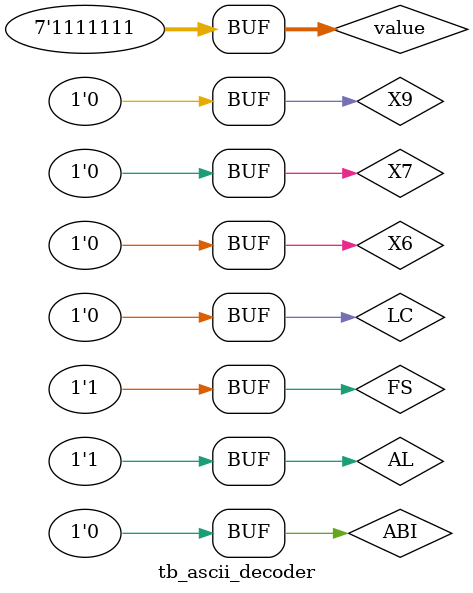
<source format=v>
module tb_ascii_decoder;

	wire LTR;
	wire [6:0] data;

	reg ABI, AL;
	reg LC, FS;
	reg X6, X7, X9;
	reg [6:0] value;

	ascii_decoder ad(
		ABI, AL, LC, FS, X6, X7, X9,
		value[0], value[1], value[2], value[3], value[4], value[5], value[6],
		LTR, data[0], data[1], data[2], data[3], data[4], data[5], data[6]
	);

	initial begin
		ABI = 1; AL = 1;
		LC = 1; FS = 0;
		X6 = 1; X7 = 1; X9 = 1;

		value = 7'h20; #100; if (data == 7'h00) $display("PASS 20"); else $display("FAIL 20");
		value = 7'h21; #100; if (data == 7'h0A) $display("PASS 21"); else $display("FAIL 21");
		value = 7'h22; #100; if (data == 7'h22) $display("PASS 22"); else $display("FAIL 22");
		value = 7'h23; #100; if (data == 7'h36) $display("PASS 23"); else $display("FAIL 23");
		value = 7'h24; #100; if (data == 7'h2D) $display("PASS 24"); else $display("FAIL 24");
		value = 7'h25; #100; if (data == 7'h24) $display("PASS 25"); else $display("FAIL 25");
		value = 7'h26; #100; if (data == 7'h78) $display("PASS 26"); else $display("FAIL 26");
		value = 7'h27; #100; if (data == 7'h42) $display("PASS 27"); else $display("FAIL 27");
		value = 7'h28; #100; if (data == 7'h39) $display("PASS 28"); else $display("FAIL 28");
		value = 7'h29; #100; if (data == 7'h0F) $display("PASS 29"); else $display("FAIL 29");
		value = 7'h2A; #100; if (data == 7'h63) $display("PASS 2A"); else $display("FAIL 2A");
		value = 7'h2B; #100; if (data == 7'h46) $display("PASS 2B"); else $display("FAIL 2B");
		value = 7'h2C; #100; if (data == 7'h0C) $display("PASS 2C"); else $display("FAIL 2C");
		value = 7'h2D; #100; if (data == 7'h40) $display("PASS 2D"); else $display("FAIL 2D");
		value = 7'h2E; #100; if (data == 7'h08) $display("PASS 2E"); else $display("FAIL 2E");
		value = 7'h2F; #100; if (data == 7'h52) $display("PASS 2F"); else $display("FAIL 2F");
		value = 7'h30; #100; if (data == 7'h3F) $display("PASS 30"); else $display("FAIL 30");
		value = 7'h31; #100; if (data == 7'h06) $display("PASS 31"); else $display("FAIL 31");
		value = 7'h32; #100; if (data == 7'h5B) $display("PASS 32"); else $display("FAIL 32");
		value = 7'h33; #100; if (data == 7'h4F) $display("PASS 33"); else $display("FAIL 33");
		value = 7'h34; #100; if (data == 7'h66) $display("PASS 34"); else $display("FAIL 34");
		value = 7'h35; #100; if (data == 7'h6D) $display("PASS 35"); else $display("FAIL 35");
		value = 7'h36; #100; if (data == 7'h7D) $display("PASS 36"); else $display("FAIL 36");
		value = 7'h37; #100; if (data == 7'h27) $display("PASS 37"); else $display("FAIL 37");
		value = 7'h38; #100; if (data == 7'h7F) $display("PASS 38"); else $display("FAIL 38");
		value = 7'h39; #100; if (data == 7'h6F) $display("PASS 39"); else $display("FAIL 39");
		value = 7'h3A; #100; if (data == 7'h09) $display("PASS 3A"); else $display("FAIL 3A");
		value = 7'h3B; #100; if (data == 7'h0D) $display("PASS 3B"); else $display("FAIL 3B");
		value = 7'h3C; #100; if (data == 7'h46) $display("PASS 3C"); else $display("FAIL 3C");
		value = 7'h3D; #100; if (data == 7'h48) $display("PASS 3D"); else $display("FAIL 3D");
		value = 7'h3E; #100; if (data == 7'h70) $display("PASS 3E"); else $display("FAIL 3E");
		value = 7'h3F; #100; if (data == 7'h53) $display("PASS 3F"); else $display("FAIL 3F");
		value = 7'h40; #100; if (data == 7'h7B) $display("PASS 40"); else $display("FAIL 40");
		value = 7'h41; #100; if (data == 7'h77) $display("PASS 41"); else $display("FAIL 41");
		value = 7'h42; #100; if (data == 7'h7C) $display("PASS 42"); else $display("FAIL 42");
		value = 7'h43; #100; if (data == 7'h39) $display("PASS 43"); else $display("FAIL 43");
		value = 7'h44; #100; if (data == 7'h5E) $display("PASS 44"); else $display("FAIL 44");
		value = 7'h45; #100; if (data == 7'h79) $display("PASS 45"); else $display("FAIL 45");
		value = 7'h46; #100; if (data == 7'h71) $display("PASS 46"); else $display("FAIL 46");
		value = 7'h47; #100; if (data == 7'h3D) $display("PASS 47"); else $display("FAIL 47");
		value = 7'h48; #100; if (data == 7'h76) $display("PASS 48"); else $display("FAIL 48");
		value = 7'h49; #100; if (data == 7'h06) $display("PASS 49"); else $display("FAIL 49");
		value = 7'h4A; #100; if (data == 7'h1E) $display("PASS 4A"); else $display("FAIL 4A");
		value = 7'h4B; #100; if (data == 7'h75) $display("PASS 4B"); else $display("FAIL 4B");
		value = 7'h4C; #100; if (data == 7'h38) $display("PASS 4C"); else $display("FAIL 4C");
		value = 7'h4D; #100; if (data == 7'h2B) $display("PASS 4D"); else $display("FAIL 4D");
		value = 7'h4E; #100; if (data == 7'h37) $display("PASS 4E"); else $display("FAIL 4E");
		value = 7'h4F; #100; if (data == 7'h3F) $display("PASS 4F"); else $display("FAIL 4F");
		value = 7'h50; #100; if (data == 7'h73) $display("PASS 50"); else $display("FAIL 50");
		value = 7'h51; #100; if (data == 7'h67) $display("PASS 51"); else $display("FAIL 51");
		value = 7'h52; #100; if (data == 7'h31) $display("PASS 52"); else $display("FAIL 52");
		value = 7'h53; #100; if (data == 7'h6D) $display("PASS 53"); else $display("FAIL 53");
		value = 7'h54; #100; if (data == 7'h07) $display("PASS 54"); else $display("FAIL 54");
		value = 7'h55; #100; if (data == 7'h3E) $display("PASS 55"); else $display("FAIL 55");
		value = 7'h56; #100; if (data == 7'h6A) $display("PASS 56"); else $display("FAIL 56");
		value = 7'h57; #100; if (data == 7'h7E) $display("PASS 57"); else $display("FAIL 57");
		value = 7'h58; #100; if (data == 7'h49) $display("PASS 58"); else $display("FAIL 58");
		value = 7'h59; #100; if (data == 7'h6E) $display("PASS 59"); else $display("FAIL 59");
		value = 7'h5A; #100; if (data == 7'h5B) $display("PASS 5A"); else $display("FAIL 5A");
		value = 7'h5B; #100; if (data == 7'h39) $display("PASS 5B"); else $display("FAIL 5B");
		value = 7'h5C; #100; if (data == 7'h64) $display("PASS 5C"); else $display("FAIL 5C");
		value = 7'h5D; #100; if (data == 7'h0F) $display("PASS 5D"); else $display("FAIL 5D");
		value = 7'h5E; #100; if (data == 7'h23) $display("PASS 5E"); else $display("FAIL 5E");
		value = 7'h5F; #100; if (data == 7'h08) $display("PASS 5F"); else $display("FAIL 5F");
		value = 7'h60; #100; if (data == 7'h60) $display("PASS 60"); else $display("FAIL 60");
		value = 7'h61; #100; if (data == 7'h5F) $display("PASS 61"); else $display("FAIL 61");
		value = 7'h62; #100; if (data == 7'h7C) $display("PASS 62"); else $display("FAIL 62");
		value = 7'h63; #100; if (data == 7'h58) $display("PASS 63"); else $display("FAIL 63");
		value = 7'h64; #100; if (data == 7'h5E) $display("PASS 64"); else $display("FAIL 64");
		value = 7'h65; #100; if (data == 7'h7B) $display("PASS 65"); else $display("FAIL 65");
		value = 7'h66; #100; if (data == 7'h71) $display("PASS 66"); else $display("FAIL 66");
		value = 7'h67; #100; if (data == 7'h6F) $display("PASS 67"); else $display("FAIL 67");
		value = 7'h68; #100; if (data == 7'h74) $display("PASS 68"); else $display("FAIL 68");
		value = 7'h69; #100; if (data == 7'h05) $display("PASS 69"); else $display("FAIL 69");
		value = 7'h6A; #100; if (data == 7'h0E) $display("PASS 6A"); else $display("FAIL 6A");
		value = 7'h6B; #100; if (data == 7'h75) $display("PASS 6B"); else $display("FAIL 6B");
		value = 7'h6C; #100; if (data == 7'h06) $display("PASS 6C"); else $display("FAIL 6C");
		value = 7'h6D; #100; if (data == 7'h55) $display("PASS 6D"); else $display("FAIL 6D");
		value = 7'h6E; #100; if (data == 7'h54) $display("PASS 6E"); else $display("FAIL 6E");
		value = 7'h6F; #100; if (data == 7'h5C) $display("PASS 6F"); else $display("FAIL 6F");
		value = 7'h70; #100; if (data == 7'h73) $display("PASS 70"); else $display("FAIL 70");
		value = 7'h71; #100; if (data == 7'h67) $display("PASS 71"); else $display("FAIL 71");
		value = 7'h72; #100; if (data == 7'h50) $display("PASS 72"); else $display("FAIL 72");
		value = 7'h73; #100; if (data == 7'h6D) $display("PASS 73"); else $display("FAIL 73");
		value = 7'h74; #100; if (data == 7'h78) $display("PASS 74"); else $display("FAIL 74");
		value = 7'h75; #100; if (data == 7'h1C) $display("PASS 75"); else $display("FAIL 75");
		value = 7'h76; #100; if (data == 7'h1D) $display("PASS 76"); else $display("FAIL 76");
		value = 7'h77; #100; if (data == 7'h7E) $display("PASS 77"); else $display("FAIL 77");
		value = 7'h78; #100; if (data == 7'h48) $display("PASS 78"); else $display("FAIL 78");
		value = 7'h79; #100; if (data == 7'h6E) $display("PASS 79"); else $display("FAIL 79");
		value = 7'h7A; #100; if (data == 7'h5B) $display("PASS 7A"); else $display("FAIL 7A");
		value = 7'h7B; #100; if (data == 7'h46) $display("PASS 7B"); else $display("FAIL 7B");
		value = 7'h7C; #100; if (data == 7'h30) $display("PASS 7C"); else $display("FAIL 7C");
		value = 7'h7D; #100; if (data == 7'h70) $display("PASS 7D"); else $display("FAIL 7D");
		value = 7'h7E; #100; if (data == 7'h01) $display("PASS 7E"); else $display("FAIL 7E");
		value = 7'h7F; #100; if (data == 7'h00) $display("PASS 7F"); else $display("FAIL 7F");

		LC = 1; FS = 1;
		X6 = 0; X7 = 0; X9 = 0;

		value = 7'h20; #100; if (data == 7'h00) $display("PASS 20"); else $display("FAIL 20");
		value = 7'h21; #100; if (data == 7'h0A) $display("PASS 21"); else $display("FAIL 21");
		value = 7'h22; #100; if (data == 7'h22) $display("PASS 22"); else $display("FAIL 22");
		value = 7'h23; #100; if (data == 7'h36) $display("PASS 23"); else $display("FAIL 23");
		value = 7'h24; #100; if (data == 7'h12) $display("PASS 24"); else $display("FAIL 24");
		value = 7'h25; #100; if (data == 7'h24) $display("PASS 25"); else $display("FAIL 25");
		value = 7'h26; #100; if (data == 7'h78) $display("PASS 26"); else $display("FAIL 26");
		value = 7'h27; #100; if (data == 7'h42) $display("PASS 27"); else $display("FAIL 27");
		value = 7'h28; #100; if (data == 7'h58) $display("PASS 28"); else $display("FAIL 28");
		value = 7'h29; #100; if (data == 7'h4C) $display("PASS 29"); else $display("FAIL 29");
		value = 7'h2A; #100; if (data == 7'h63) $display("PASS 2A"); else $display("FAIL 2A");
		value = 7'h2B; #100; if (data == 7'h46) $display("PASS 2B"); else $display("FAIL 2B");
		value = 7'h2C; #100; if (data == 7'h0C) $display("PASS 2C"); else $display("FAIL 2C");
		value = 7'h2D; #100; if (data == 7'h40) $display("PASS 2D"); else $display("FAIL 2D");
		value = 7'h2E; #100; if (data == 7'h10) $display("PASS 2E"); else $display("FAIL 2E");
		value = 7'h2F; #100; if (data == 7'h52) $display("PASS 2F"); else $display("FAIL 2F");
		value = 7'h30; #100; if (data == 7'h3F) $display("PASS 30"); else $display("FAIL 30");
		value = 7'h31; #100; if (data == 7'h06) $display("PASS 31"); else $display("FAIL 31");
		value = 7'h32; #100; if (data == 7'h5B) $display("PASS 32"); else $display("FAIL 32");
		value = 7'h33; #100; if (data == 7'h4F) $display("PASS 33"); else $display("FAIL 33");
		value = 7'h34; #100; if (data == 7'h66) $display("PASS 34"); else $display("FAIL 34");
		value = 7'h35; #100; if (data == 7'h6D) $display("PASS 35"); else $display("FAIL 35");
		value = 7'h36; #100; if (data == 7'h7C) $display("PASS 36"); else $display("FAIL 36");
		value = 7'h37; #100; if (data == 7'h07) $display("PASS 37"); else $display("FAIL 37");
		value = 7'h38; #100; if (data == 7'h7F) $display("PASS 38"); else $display("FAIL 38");
		value = 7'h39; #100; if (data == 7'h67) $display("PASS 39"); else $display("FAIL 39");
		value = 7'h3A; #100; if (data == 7'h09) $display("PASS 3A"); else $display("FAIL 3A");
		value = 7'h3B; #100; if (data == 7'h0D) $display("PASS 3B"); else $display("FAIL 3B");
		value = 7'h3C; #100; if (data == 7'h61) $display("PASS 3C"); else $display("FAIL 3C");
		value = 7'h3D; #100; if (data == 7'h41) $display("PASS 3D"); else $display("FAIL 3D");
		value = 7'h3E; #100; if (data == 7'h43) $display("PASS 3E"); else $display("FAIL 3E");
		value = 7'h3F; #100; if (data == 7'h53) $display("PASS 3F"); else $display("FAIL 3F");
		value = 7'h40; #100; if (data == 7'h7B) $display("PASS 40"); else $display("FAIL 40");
		value = 7'h41; #100; if (data == 7'h77) $display("PASS 41"); else $display("FAIL 41");
		value = 7'h42; #100; if (data == 7'h7C) $display("PASS 42"); else $display("FAIL 42");
		value = 7'h43; #100; if (data == 7'h39) $display("PASS 43"); else $display("FAIL 43");
		value = 7'h44; #100; if (data == 7'h5E) $display("PASS 44"); else $display("FAIL 44");
		value = 7'h45; #100; if (data == 7'h79) $display("PASS 45"); else $display("FAIL 45");
		value = 7'h46; #100; if (data == 7'h71) $display("PASS 46"); else $display("FAIL 46");
		value = 7'h47; #100; if (data == 7'h3D) $display("PASS 47"); else $display("FAIL 47");
		value = 7'h48; #100; if (data == 7'h76) $display("PASS 48"); else $display("FAIL 48");
		value = 7'h49; #100; if (data == 7'h05) $display("PASS 49"); else $display("FAIL 49");
		value = 7'h4A; #100; if (data == 7'h1E) $display("PASS 4A"); else $display("FAIL 4A");
		value = 7'h4B; #100; if (data == 7'h75) $display("PASS 4B"); else $display("FAIL 4B");
		value = 7'h4C; #100; if (data == 7'h38) $display("PASS 4C"); else $display("FAIL 4C");
		value = 7'h4D; #100; if (data == 7'h2B) $display("PASS 4D"); else $display("FAIL 4D");
		value = 7'h4E; #100; if (data == 7'h37) $display("PASS 4E"); else $display("FAIL 4E");
		value = 7'h4F; #100; if (data == 7'h6B) $display("PASS 4F"); else $display("FAIL 4F");
		value = 7'h50; #100; if (data == 7'h73) $display("PASS 50"); else $display("FAIL 50");
		value = 7'h51; #100; if (data == 7'h67) $display("PASS 51"); else $display("FAIL 51");
		value = 7'h52; #100; if (data == 7'h31) $display("PASS 52"); else $display("FAIL 52");
		value = 7'h53; #100; if (data == 7'h2D) $display("PASS 53"); else $display("FAIL 53");
		value = 7'h54; #100; if (data == 7'h07) $display("PASS 54"); else $display("FAIL 54");
		value = 7'h55; #100; if (data == 7'h3E) $display("PASS 55"); else $display("FAIL 55");
		value = 7'h56; #100; if (data == 7'h6A) $display("PASS 56"); else $display("FAIL 56");
		value = 7'h57; #100; if (data == 7'h7E) $display("PASS 57"); else $display("FAIL 57");
		value = 7'h58; #100; if (data == 7'h49) $display("PASS 58"); else $display("FAIL 58");
		value = 7'h59; #100; if (data == 7'h6E) $display("PASS 59"); else $display("FAIL 59");
		value = 7'h5A; #100; if (data == 7'h1B) $display("PASS 5A"); else $display("FAIL 5A");
		value = 7'h5B; #100; if (data == 7'h59) $display("PASS 5B"); else $display("FAIL 5B");
		value = 7'h5C; #100; if (data == 7'h64) $display("PASS 5C"); else $display("FAIL 5C");
		value = 7'h5D; #100; if (data == 7'h4D) $display("PASS 5D"); else $display("FAIL 5D");
		value = 7'h5E; #100; if (data == 7'h23) $display("PASS 5E"); else $display("FAIL 5E");
		value = 7'h5F; #100; if (data == 7'h08) $display("PASS 5F"); else $display("FAIL 5F");
		value = 7'h60; #100; if (data == 7'h60) $display("PASS 60"); else $display("FAIL 60");
		value = 7'h61; #100; if (data == 7'h44) $display("PASS 61"); else $display("FAIL 61");
		value = 7'h62; #100; if (data == 7'h7C) $display("PASS 62"); else $display("FAIL 62");
		value = 7'h63; #100; if (data == 7'h58) $display("PASS 63"); else $display("FAIL 63");
		value = 7'h64; #100; if (data == 7'h5E) $display("PASS 64"); else $display("FAIL 64");
		value = 7'h65; #100; if (data == 7'h18) $display("PASS 65"); else $display("FAIL 65");
		value = 7'h66; #100; if (data == 7'h33) $display("PASS 66"); else $display("FAIL 66");
		value = 7'h67; #100; if (data == 7'h2F) $display("PASS 67"); else $display("FAIL 67");
		value = 7'h68; #100; if (data == 7'h74) $display("PASS 68"); else $display("FAIL 68");
		value = 7'h69; #100; if (data == 7'h05) $display("PASS 69"); else $display("FAIL 69");
		value = 7'h6A; #100; if (data == 7'h0E) $display("PASS 6A"); else $display("FAIL 6A");
		value = 7'h6B; #100; if (data == 7'h75) $display("PASS 6B"); else $display("FAIL 6B");
		value = 7'h6C; #100; if (data == 7'h3C) $display("PASS 6C"); else $display("FAIL 6C");
		value = 7'h6D; #100; if (data == 7'h55) $display("PASS 6D"); else $display("FAIL 6D");
		value = 7'h6E; #100; if (data == 7'h54) $display("PASS 6E"); else $display("FAIL 6E");
		value = 7'h6F; #100; if (data == 7'h5C) $display("PASS 6F"); else $display("FAIL 6F");
		value = 7'h70; #100; if (data == 7'h73) $display("PASS 70"); else $display("FAIL 70");
		value = 7'h71; #100; if (data == 7'h67) $display("PASS 71"); else $display("FAIL 71");
		value = 7'h72; #100; if (data == 7'h50) $display("PASS 72"); else $display("FAIL 72");
		value = 7'h73; #100; if (data == 7'h2D) $display("PASS 73"); else $display("FAIL 73");
		value = 7'h74; #100; if (data == 7'h70) $display("PASS 74"); else $display("FAIL 74");
		value = 7'h75; #100; if (data == 7'h1C) $display("PASS 75"); else $display("FAIL 75");
		value = 7'h76; #100; if (data == 7'h1D) $display("PASS 76"); else $display("FAIL 76");
		value = 7'h77; #100; if (data == 7'h7E) $display("PASS 77"); else $display("FAIL 77");
		value = 7'h78; #100; if (data == 7'h48) $display("PASS 78"); else $display("FAIL 78");
		value = 7'h79; #100; if (data == 7'h6E) $display("PASS 79"); else $display("FAIL 79");
		value = 7'h7A; #100; if (data == 7'h1B) $display("PASS 7A"); else $display("FAIL 7A");
		value = 7'h7B; #100; if (data == 7'h69) $display("PASS 7B"); else $display("FAIL 7B");
		value = 7'h7C; #100; if (data == 7'h30) $display("PASS 7C"); else $display("FAIL 7C");
		value = 7'h7D; #100; if (data == 7'h4B) $display("PASS 7D"); else $display("FAIL 7D");
		value = 7'h7E; #100; if (data == 7'h01) $display("PASS 7E"); else $display("FAIL 7E");
		value = 7'h7F; #100; if (data == 7'h00) $display("PASS 7F"); else $display("FAIL 7F");

		LC = 0; FS = 0;
		X6 = 1; X7 = 1; X9 = 1;

		value = 7'h20; #100; if (data == 7'h00) $display("PASS 20"); else $display("FAIL 20");
		value = 7'h21; #100; if (data == 7'h0A) $display("PASS 21"); else $display("FAIL 21");
		value = 7'h22; #100; if (data == 7'h22) $display("PASS 22"); else $display("FAIL 22");
		value = 7'h23; #100; if (data == 7'h36) $display("PASS 23"); else $display("FAIL 23");
		value = 7'h24; #100; if (data == 7'h2D) $display("PASS 24"); else $display("FAIL 24");
		value = 7'h25; #100; if (data == 7'h24) $display("PASS 25"); else $display("FAIL 25");
		value = 7'h26; #100; if (data == 7'h78) $display("PASS 26"); else $display("FAIL 26");
		value = 7'h27; #100; if (data == 7'h42) $display("PASS 27"); else $display("FAIL 27");
		value = 7'h28; #100; if (data == 7'h39) $display("PASS 28"); else $display("FAIL 28");
		value = 7'h29; #100; if (data == 7'h0F) $display("PASS 29"); else $display("FAIL 29");
		value = 7'h2A; #100; if (data == 7'h63) $display("PASS 2A"); else $display("FAIL 2A");
		value = 7'h2B; #100; if (data == 7'h46) $display("PASS 2B"); else $display("FAIL 2B");
		value = 7'h2C; #100; if (data == 7'h0C) $display("PASS 2C"); else $display("FAIL 2C");
		value = 7'h2D; #100; if (data == 7'h40) $display("PASS 2D"); else $display("FAIL 2D");
		value = 7'h2E; #100; if (data == 7'h08) $display("PASS 2E"); else $display("FAIL 2E");
		value = 7'h2F; #100; if (data == 7'h52) $display("PASS 2F"); else $display("FAIL 2F");
		value = 7'h30; #100; if (data == 7'h3F) $display("PASS 30"); else $display("FAIL 30");
		value = 7'h31; #100; if (data == 7'h06) $display("PASS 31"); else $display("FAIL 31");
		value = 7'h32; #100; if (data == 7'h5B) $display("PASS 32"); else $display("FAIL 32");
		value = 7'h33; #100; if (data == 7'h4F) $display("PASS 33"); else $display("FAIL 33");
		value = 7'h34; #100; if (data == 7'h66) $display("PASS 34"); else $display("FAIL 34");
		value = 7'h35; #100; if (data == 7'h6D) $display("PASS 35"); else $display("FAIL 35");
		value = 7'h36; #100; if (data == 7'h7D) $display("PASS 36"); else $display("FAIL 36");
		value = 7'h37; #100; if (data == 7'h27) $display("PASS 37"); else $display("FAIL 37");
		value = 7'h38; #100; if (data == 7'h7F) $display("PASS 38"); else $display("FAIL 38");
		value = 7'h39; #100; if (data == 7'h6F) $display("PASS 39"); else $display("FAIL 39");
		value = 7'h3A; #100; if (data == 7'h09) $display("PASS 3A"); else $display("FAIL 3A");
		value = 7'h3B; #100; if (data == 7'h0D) $display("PASS 3B"); else $display("FAIL 3B");
		value = 7'h3C; #100; if (data == 7'h46) $display("PASS 3C"); else $display("FAIL 3C");
		value = 7'h3D; #100; if (data == 7'h48) $display("PASS 3D"); else $display("FAIL 3D");
		value = 7'h3E; #100; if (data == 7'h70) $display("PASS 3E"); else $display("FAIL 3E");
		value = 7'h3F; #100; if (data == 7'h53) $display("PASS 3F"); else $display("FAIL 3F");
		value = 7'h40; #100; if (data == 7'h7B) $display("PASS 40"); else $display("FAIL 40");
		value = 7'h41; #100; if (data == 7'h77) $display("PASS 41"); else $display("FAIL 41");
		value = 7'h42; #100; if (data == 7'h7C) $display("PASS 42"); else $display("FAIL 42");
		value = 7'h43; #100; if (data == 7'h39) $display("PASS 43"); else $display("FAIL 43");
		value = 7'h44; #100; if (data == 7'h5E) $display("PASS 44"); else $display("FAIL 44");
		value = 7'h45; #100; if (data == 7'h79) $display("PASS 45"); else $display("FAIL 45");
		value = 7'h46; #100; if (data == 7'h71) $display("PASS 46"); else $display("FAIL 46");
		value = 7'h47; #100; if (data == 7'h3D) $display("PASS 47"); else $display("FAIL 47");
		value = 7'h48; #100; if (data == 7'h76) $display("PASS 48"); else $display("FAIL 48");
		value = 7'h49; #100; if (data == 7'h06) $display("PASS 49"); else $display("FAIL 49");
		value = 7'h4A; #100; if (data == 7'h1E) $display("PASS 4A"); else $display("FAIL 4A");
		value = 7'h4B; #100; if (data == 7'h75) $display("PASS 4B"); else $display("FAIL 4B");
		value = 7'h4C; #100; if (data == 7'h38) $display("PASS 4C"); else $display("FAIL 4C");
		value = 7'h4D; #100; if (data == 7'h2B) $display("PASS 4D"); else $display("FAIL 4D");
		value = 7'h4E; #100; if (data == 7'h37) $display("PASS 4E"); else $display("FAIL 4E");
		value = 7'h4F; #100; if (data == 7'h3F) $display("PASS 4F"); else $display("FAIL 4F");
		value = 7'h50; #100; if (data == 7'h73) $display("PASS 50"); else $display("FAIL 50");
		value = 7'h51; #100; if (data == 7'h67) $display("PASS 51"); else $display("FAIL 51");
		value = 7'h52; #100; if (data == 7'h31) $display("PASS 52"); else $display("FAIL 52");
		value = 7'h53; #100; if (data == 7'h6D) $display("PASS 53"); else $display("FAIL 53");
		value = 7'h54; #100; if (data == 7'h07) $display("PASS 54"); else $display("FAIL 54");
		value = 7'h55; #100; if (data == 7'h3E) $display("PASS 55"); else $display("FAIL 55");
		value = 7'h56; #100; if (data == 7'h6A) $display("PASS 56"); else $display("FAIL 56");
		value = 7'h57; #100; if (data == 7'h7E) $display("PASS 57"); else $display("FAIL 57");
		value = 7'h58; #100; if (data == 7'h49) $display("PASS 58"); else $display("FAIL 58");
		value = 7'h59; #100; if (data == 7'h6E) $display("PASS 59"); else $display("FAIL 59");
		value = 7'h5A; #100; if (data == 7'h5B) $display("PASS 5A"); else $display("FAIL 5A");
		value = 7'h5B; #100; if (data == 7'h39) $display("PASS 5B"); else $display("FAIL 5B");
		value = 7'h5C; #100; if (data == 7'h64) $display("PASS 5C"); else $display("FAIL 5C");
		value = 7'h5D; #100; if (data == 7'h0F) $display("PASS 5D"); else $display("FAIL 5D");
		value = 7'h5E; #100; if (data == 7'h23) $display("PASS 5E"); else $display("FAIL 5E");
		value = 7'h5F; #100; if (data == 7'h08) $display("PASS 5F"); else $display("FAIL 5F");
		value = 7'h60; #100; if (data == 7'h60) $display("PASS 60"); else $display("FAIL 60");
		value = 7'h61; #100; if (data == 7'h77) $display("PASS 61"); else $display("FAIL 61");
		value = 7'h62; #100; if (data == 7'h7C) $display("PASS 62"); else $display("FAIL 62");
		value = 7'h63; #100; if (data == 7'h39) $display("PASS 63"); else $display("FAIL 63");
		value = 7'h64; #100; if (data == 7'h5E) $display("PASS 64"); else $display("FAIL 64");
		value = 7'h65; #100; if (data == 7'h79) $display("PASS 65"); else $display("FAIL 65");
		value = 7'h66; #100; if (data == 7'h71) $display("PASS 66"); else $display("FAIL 66");
		value = 7'h67; #100; if (data == 7'h3D) $display("PASS 67"); else $display("FAIL 67");
		value = 7'h68; #100; if (data == 7'h76) $display("PASS 68"); else $display("FAIL 68");
		value = 7'h69; #100; if (data == 7'h06) $display("PASS 69"); else $display("FAIL 69");
		value = 7'h6A; #100; if (data == 7'h1E) $display("PASS 6A"); else $display("FAIL 6A");
		value = 7'h6B; #100; if (data == 7'h75) $display("PASS 6B"); else $display("FAIL 6B");
		value = 7'h6C; #100; if (data == 7'h38) $display("PASS 6C"); else $display("FAIL 6C");
		value = 7'h6D; #100; if (data == 7'h2B) $display("PASS 6D"); else $display("FAIL 6D");
		value = 7'h6E; #100; if (data == 7'h37) $display("PASS 6E"); else $display("FAIL 6E");
		value = 7'h6F; #100; if (data == 7'h3F) $display("PASS 6F"); else $display("FAIL 6F");
		value = 7'h70; #100; if (data == 7'h73) $display("PASS 70"); else $display("FAIL 70");
		value = 7'h71; #100; if (data == 7'h67) $display("PASS 71"); else $display("FAIL 71");
		value = 7'h72; #100; if (data == 7'h31) $display("PASS 72"); else $display("FAIL 72");
		value = 7'h73; #100; if (data == 7'h6D) $display("PASS 73"); else $display("FAIL 73");
		value = 7'h74; #100; if (data == 7'h07) $display("PASS 74"); else $display("FAIL 74");
		value = 7'h75; #100; if (data == 7'h3E) $display("PASS 75"); else $display("FAIL 75");
		value = 7'h76; #100; if (data == 7'h6A) $display("PASS 76"); else $display("FAIL 76");
		value = 7'h77; #100; if (data == 7'h7E) $display("PASS 77"); else $display("FAIL 77");
		value = 7'h78; #100; if (data == 7'h49) $display("PASS 78"); else $display("FAIL 78");
		value = 7'h79; #100; if (data == 7'h6E) $display("PASS 79"); else $display("FAIL 79");
		value = 7'h7A; #100; if (data == 7'h5B) $display("PASS 7A"); else $display("FAIL 7A");
		value = 7'h7B; #100; if (data == 7'h46) $display("PASS 7B"); else $display("FAIL 7B");
		value = 7'h7C; #100; if (data == 7'h30) $display("PASS 7C"); else $display("FAIL 7C");
		value = 7'h7D; #100; if (data == 7'h70) $display("PASS 7D"); else $display("FAIL 7D");
		value = 7'h7E; #100; if (data == 7'h01) $display("PASS 7E"); else $display("FAIL 7E");
		value = 7'h7F; #100; if (data == 7'h00) $display("PASS 7F"); else $display("FAIL 7F");

		LC = 0; FS = 1;
		X6 = 0; X7 = 0; X9 = 0;

		value = 7'h20; #100; if (data == 7'h00) $display("PASS 20"); else $display("FAIL 20");
		value = 7'h21; #100; if (data == 7'h0A) $display("PASS 21"); else $display("FAIL 21");
		value = 7'h22; #100; if (data == 7'h22) $display("PASS 22"); else $display("FAIL 22");
		value = 7'h23; #100; if (data == 7'h36) $display("PASS 23"); else $display("FAIL 23");
		value = 7'h24; #100; if (data == 7'h12) $display("PASS 24"); else $display("FAIL 24");
		value = 7'h25; #100; if (data == 7'h24) $display("PASS 25"); else $display("FAIL 25");
		value = 7'h26; #100; if (data == 7'h78) $display("PASS 26"); else $display("FAIL 26");
		value = 7'h27; #100; if (data == 7'h42) $display("PASS 27"); else $display("FAIL 27");
		value = 7'h28; #100; if (data == 7'h58) $display("PASS 28"); else $display("FAIL 28");
		value = 7'h29; #100; if (data == 7'h4C) $display("PASS 29"); else $display("FAIL 29");
		value = 7'h2A; #100; if (data == 7'h63) $display("PASS 2A"); else $display("FAIL 2A");
		value = 7'h2B; #100; if (data == 7'h46) $display("PASS 2B"); else $display("FAIL 2B");
		value = 7'h2C; #100; if (data == 7'h0C) $display("PASS 2C"); else $display("FAIL 2C");
		value = 7'h2D; #100; if (data == 7'h40) $display("PASS 2D"); else $display("FAIL 2D");
		value = 7'h2E; #100; if (data == 7'h10) $display("PASS 2E"); else $display("FAIL 2E");
		value = 7'h2F; #100; if (data == 7'h52) $display("PASS 2F"); else $display("FAIL 2F");
		value = 7'h30; #100; if (data == 7'h3F) $display("PASS 30"); else $display("FAIL 30");
		value = 7'h31; #100; if (data == 7'h06) $display("PASS 31"); else $display("FAIL 31");
		value = 7'h32; #100; if (data == 7'h5B) $display("PASS 32"); else $display("FAIL 32");
		value = 7'h33; #100; if (data == 7'h4F) $display("PASS 33"); else $display("FAIL 33");
		value = 7'h34; #100; if (data == 7'h66) $display("PASS 34"); else $display("FAIL 34");
		value = 7'h35; #100; if (data == 7'h6D) $display("PASS 35"); else $display("FAIL 35");
		value = 7'h36; #100; if (data == 7'h7C) $display("PASS 36"); else $display("FAIL 36");
		value = 7'h37; #100; if (data == 7'h07) $display("PASS 37"); else $display("FAIL 37");
		value = 7'h38; #100; if (data == 7'h7F) $display("PASS 38"); else $display("FAIL 38");
		value = 7'h39; #100; if (data == 7'h67) $display("PASS 39"); else $display("FAIL 39");
		value = 7'h3A; #100; if (data == 7'h09) $display("PASS 3A"); else $display("FAIL 3A");
		value = 7'h3B; #100; if (data == 7'h0D) $display("PASS 3B"); else $display("FAIL 3B");
		value = 7'h3C; #100; if (data == 7'h61) $display("PASS 3C"); else $display("FAIL 3C");
		value = 7'h3D; #100; if (data == 7'h41) $display("PASS 3D"); else $display("FAIL 3D");
		value = 7'h3E; #100; if (data == 7'h43) $display("PASS 3E"); else $display("FAIL 3E");
		value = 7'h3F; #100; if (data == 7'h53) $display("PASS 3F"); else $display("FAIL 3F");
		value = 7'h40; #100; if (data == 7'h7B) $display("PASS 40"); else $display("FAIL 40");
		value = 7'h41; #100; if (data == 7'h77) $display("PASS 41"); else $display("FAIL 41");
		value = 7'h42; #100; if (data == 7'h7C) $display("PASS 42"); else $display("FAIL 42");
		value = 7'h43; #100; if (data == 7'h39) $display("PASS 43"); else $display("FAIL 43");
		value = 7'h44; #100; if (data == 7'h5E) $display("PASS 44"); else $display("FAIL 44");
		value = 7'h45; #100; if (data == 7'h79) $display("PASS 45"); else $display("FAIL 45");
		value = 7'h46; #100; if (data == 7'h71) $display("PASS 46"); else $display("FAIL 46");
		value = 7'h47; #100; if (data == 7'h3D) $display("PASS 47"); else $display("FAIL 47");
		value = 7'h48; #100; if (data == 7'h76) $display("PASS 48"); else $display("FAIL 48");
		value = 7'h49; #100; if (data == 7'h05) $display("PASS 49"); else $display("FAIL 49");
		value = 7'h4A; #100; if (data == 7'h1E) $display("PASS 4A"); else $display("FAIL 4A");
		value = 7'h4B; #100; if (data == 7'h75) $display("PASS 4B"); else $display("FAIL 4B");
		value = 7'h4C; #100; if (data == 7'h38) $display("PASS 4C"); else $display("FAIL 4C");
		value = 7'h4D; #100; if (data == 7'h2B) $display("PASS 4D"); else $display("FAIL 4D");
		value = 7'h4E; #100; if (data == 7'h37) $display("PASS 4E"); else $display("FAIL 4E");
		value = 7'h4F; #100; if (data == 7'h6B) $display("PASS 4F"); else $display("FAIL 4F");
		value = 7'h50; #100; if (data == 7'h73) $display("PASS 50"); else $display("FAIL 50");
		value = 7'h51; #100; if (data == 7'h67) $display("PASS 51"); else $display("FAIL 51");
		value = 7'h52; #100; if (data == 7'h31) $display("PASS 52"); else $display("FAIL 52");
		value = 7'h53; #100; if (data == 7'h2D) $display("PASS 53"); else $display("FAIL 53");
		value = 7'h54; #100; if (data == 7'h07) $display("PASS 54"); else $display("FAIL 54");
		value = 7'h55; #100; if (data == 7'h3E) $display("PASS 55"); else $display("FAIL 55");
		value = 7'h56; #100; if (data == 7'h6A) $display("PASS 56"); else $display("FAIL 56");
		value = 7'h57; #100; if (data == 7'h7E) $display("PASS 57"); else $display("FAIL 57");
		value = 7'h58; #100; if (data == 7'h49) $display("PASS 58"); else $display("FAIL 58");
		value = 7'h59; #100; if (data == 7'h6E) $display("PASS 59"); else $display("FAIL 59");
		value = 7'h5A; #100; if (data == 7'h1B) $display("PASS 5A"); else $display("FAIL 5A");
		value = 7'h5B; #100; if (data == 7'h59) $display("PASS 5B"); else $display("FAIL 5B");
		value = 7'h5C; #100; if (data == 7'h64) $display("PASS 5C"); else $display("FAIL 5C");
		value = 7'h5D; #100; if (data == 7'h4D) $display("PASS 5D"); else $display("FAIL 5D");
		value = 7'h5E; #100; if (data == 7'h23) $display("PASS 5E"); else $display("FAIL 5E");
		value = 7'h5F; #100; if (data == 7'h08) $display("PASS 5F"); else $display("FAIL 5F");
		value = 7'h60; #100; if (data == 7'h60) $display("PASS 60"); else $display("FAIL 60");
		value = 7'h61; #100; if (data == 7'h77) $display("PASS 61"); else $display("FAIL 61");
		value = 7'h62; #100; if (data == 7'h7C) $display("PASS 62"); else $display("FAIL 62");
		value = 7'h63; #100; if (data == 7'h39) $display("PASS 63"); else $display("FAIL 63");
		value = 7'h64; #100; if (data == 7'h5E) $display("PASS 64"); else $display("FAIL 64");
		value = 7'h65; #100; if (data == 7'h79) $display("PASS 65"); else $display("FAIL 65");
		value = 7'h66; #100; if (data == 7'h71) $display("PASS 66"); else $display("FAIL 66");
		value = 7'h67; #100; if (data == 7'h3D) $display("PASS 67"); else $display("FAIL 67");
		value = 7'h68; #100; if (data == 7'h76) $display("PASS 68"); else $display("FAIL 68");
		value = 7'h69; #100; if (data == 7'h05) $display("PASS 69"); else $display("FAIL 69");
		value = 7'h6A; #100; if (data == 7'h1E) $display("PASS 6A"); else $display("FAIL 6A");
		value = 7'h6B; #100; if (data == 7'h75) $display("PASS 6B"); else $display("FAIL 6B");
		value = 7'h6C; #100; if (data == 7'h38) $display("PASS 6C"); else $display("FAIL 6C");
		value = 7'h6D; #100; if (data == 7'h2B) $display("PASS 6D"); else $display("FAIL 6D");
		value = 7'h6E; #100; if (data == 7'h37) $display("PASS 6E"); else $display("FAIL 6E");
		value = 7'h6F; #100; if (data == 7'h6B) $display("PASS 6F"); else $display("FAIL 6F");
		value = 7'h70; #100; if (data == 7'h73) $display("PASS 70"); else $display("FAIL 70");
		value = 7'h71; #100; if (data == 7'h67) $display("PASS 71"); else $display("FAIL 71");
		value = 7'h72; #100; if (data == 7'h31) $display("PASS 72"); else $display("FAIL 72");
		value = 7'h73; #100; if (data == 7'h2D) $display("PASS 73"); else $display("FAIL 73");
		value = 7'h74; #100; if (data == 7'h07) $display("PASS 74"); else $display("FAIL 74");
		value = 7'h75; #100; if (data == 7'h3E) $display("PASS 75"); else $display("FAIL 75");
		value = 7'h76; #100; if (data == 7'h6A) $display("PASS 76"); else $display("FAIL 76");
		value = 7'h77; #100; if (data == 7'h7E) $display("PASS 77"); else $display("FAIL 77");
		value = 7'h78; #100; if (data == 7'h49) $display("PASS 78"); else $display("FAIL 78");
		value = 7'h79; #100; if (data == 7'h6E) $display("PASS 79"); else $display("FAIL 79");
		value = 7'h7A; #100; if (data == 7'h1B) $display("PASS 7A"); else $display("FAIL 7A");
		value = 7'h7B; #100; if (data == 7'h69) $display("PASS 7B"); else $display("FAIL 7B");
		value = 7'h7C; #100; if (data == 7'h30) $display("PASS 7C"); else $display("FAIL 7C");
		value = 7'h7D; #100; if (data == 7'h4B) $display("PASS 7D"); else $display("FAIL 7D");
		value = 7'h7E; #100; if (data == 7'h01) $display("PASS 7E"); else $display("FAIL 7E");
		value = 7'h7F; #100; if (data == 7'h00) $display("PASS 7F"); else $display("FAIL 7F");

		ABI = 1; AL = 0; #100;
		if (data == 7'h7F) $display("PASS AL"); else $display("FAIL AL");

		ABI = 0; AL = 1; #100;
		if (data == 7'h00) $display("PASS BI"); else $display("FAIL BI");
	end

	initial begin
		$dumpfile("dump.vcd");
		$dumpvars;
	end

endmodule

</source>
